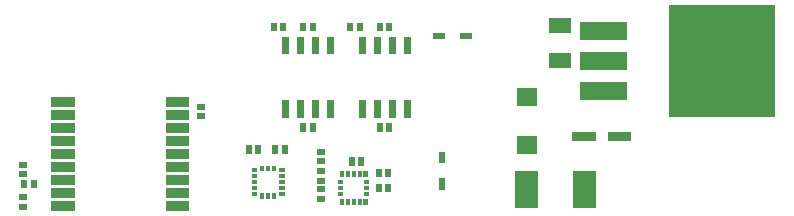
<source format=gbr>
G04 start of page 10 for group -4015 idx -4015 *
G04 Title: (unknown), toppaste *
G04 Creator: pcb 20140316 *
G04 CreationDate: mer. 15 juil. 2015 12:59:16 GMT UTC *
G04 For: clement *
G04 Format: Gerber/RS-274X *
G04 PCB-Dimensions (mil): 3023.62 1342.52 *
G04 PCB-Coordinate-Origin: lower left *
%MOIN*%
%FSLAX25Y25*%
%LNTOPPASTE*%
%ADD110R,0.0591X0.0591*%
%ADD109R,0.3543X0.3543*%
%ADD108R,0.0772X0.0772*%
%ADD107R,0.0157X0.0157*%
%ADD106R,0.0315X0.0315*%
%ADD105R,0.0236X0.0236*%
%ADD104R,0.0197X0.0197*%
%ADD103R,0.0598X0.0598*%
%ADD102R,0.0512X0.0512*%
%ADD101R,0.0197X0.0197*%
%ADD100R,0.0138X0.0138*%
G54D100*X119193Y45374D02*X119587D01*
X119193Y43406D02*X119587D01*
X119193Y41437D02*X119587D01*
X119193Y39469D02*X119587D01*
X119193Y37500D02*X119587D01*
X128445D02*X128839D01*
X128445Y39469D02*X128839D01*
X128445Y41437D02*X128839D01*
X128445Y43406D02*X128839D01*
X128445Y45374D02*X128839D01*
X122047Y37008D02*Y36614D01*
X124016Y37008D02*Y36614D01*
X125984Y37008D02*Y36614D01*
Y46260D02*Y45866D01*
X124016Y46260D02*Y45866D01*
X122047Y46260D02*Y45866D01*
G54D101*X182087Y50591D02*Y48622D01*
Y41732D02*Y39764D01*
G54D102*X220079Y81891D02*X222441D01*
X220079Y93701D02*X222441D01*
G54D101*X180118Y90197D02*X182087D01*
X188976D02*X190945D01*
G54D103*X209921Y53701D02*X210551D01*
X209921Y69685D02*X210551D01*
G54D104*X135690Y93503D02*Y92717D01*
X138838Y93503D02*Y92717D01*
X128995Y93503D02*Y92717D01*
X125847Y93503D02*Y92717D01*
X161280Y93503D02*Y92717D01*
X164428Y93503D02*Y92717D01*
G54D105*X155354Y67520D02*Y63976D01*
X160354Y67520D02*Y63976D01*
X165354Y67520D02*Y63976D01*
X170354Y67520D02*Y63976D01*
Y88780D02*Y85236D01*
X165354Y88780D02*Y85236D01*
X160354Y88780D02*Y85236D01*
X155354Y88780D02*Y85236D01*
G54D104*X154586Y93503D02*Y92717D01*
X151438Y93503D02*Y92717D01*
X161280Y60039D02*Y59253D01*
X164428Y60039D02*Y59253D01*
X160828Y44783D02*Y43997D01*
X163976Y44783D02*Y43997D01*
X160828Y39862D02*Y39076D01*
X163976Y39862D02*Y39076D01*
G54D100*X156496Y44291D02*Y43898D01*
X154528Y44291D02*Y43898D01*
X152559Y44291D02*Y43898D01*
X150591Y44291D02*Y43898D01*
X148622Y44291D02*Y43898D01*
Y35039D02*Y34646D01*
X150591Y35039D02*Y34646D01*
X152559Y35039D02*Y34646D01*
X154528Y35039D02*Y34646D01*
X156496Y35039D02*Y34646D01*
X148031Y41437D02*X148425D01*
X148031Y39469D02*X148425D01*
X148031Y37500D02*X148425D01*
X156693D02*X157087D01*
X156693Y39469D02*X157087D01*
X156693Y41437D02*X157087D01*
G54D104*X151969Y48720D02*Y47934D01*
X155117Y48720D02*Y47934D01*
X141339Y48327D02*X142125D01*
X141339Y51475D02*X142125D01*
X141339Y41832D02*X142125D01*
X141339Y44980D02*X142125D01*
X141339Y39074D02*X142125D01*
X141339Y35926D02*X142125D01*
X117520Y52657D02*Y51871D01*
X120668Y52657D02*Y51871D01*
X129527Y52657D02*Y51871D01*
X126379Y52657D02*Y51871D01*
X41930Y44095D02*X42716D01*
X41930Y47243D02*X42716D01*
X42717Y41141D02*Y40355D01*
X45865Y41141D02*Y40355D01*
X41930Y33269D02*X42716D01*
X41930Y36417D02*X42716D01*
G54D106*X91417Y33425D02*X96142D01*
X91417Y37756D02*X96142D01*
X91417Y42087D02*X96142D01*
X91417Y46417D02*X96142D01*
X91417Y50748D02*X96142D01*
X91417Y55079D02*X96142D01*
X91417Y59409D02*X96142D01*
X91417Y63740D02*X96142D01*
X91417Y68071D02*X96142D01*
X53228D02*X57953D01*
X53228Y63740D02*X57953D01*
X53228Y59409D02*X57953D01*
X53228Y55079D02*X57953D01*
X53228Y50748D02*X57953D01*
X53228Y46417D02*X57953D01*
X53228Y42087D02*X57953D01*
X53228Y37756D02*X57953D01*
X53228Y33425D02*X57953D01*
G54D107*X91417D02*X96142D01*
X91417Y37756D02*X96142D01*
X91417Y42087D02*X96142D01*
X91417Y46417D02*X96142D01*
X91417Y50748D02*X96142D01*
X91417Y55079D02*X96142D01*
X91417Y59409D02*X96142D01*
X91417Y63740D02*X96142D01*
X91417Y68071D02*X96142D01*
X53228D02*X57953D01*
X53228Y63740D02*X57953D01*
X53228Y59409D02*X57953D01*
X53228Y55079D02*X57953D01*
X53228Y50748D02*X57953D01*
X53228Y46417D02*X57953D01*
X53228Y42087D02*X57953D01*
X53228Y37756D02*X57953D01*
X53228Y33425D02*X57953D01*
G54D104*X101182Y63386D02*X101968D01*
X101182Y66534D02*X101968D01*
X138838Y60039D02*Y59253D01*
X135690Y60039D02*Y59253D01*
G54D105*X129764Y67520D02*Y63976D01*
X134764Y67520D02*Y63976D01*
X139764Y67520D02*Y63976D01*
X144764Y67520D02*Y63976D01*
Y88780D02*Y85236D01*
X139764Y88780D02*Y85236D01*
X134764Y88780D02*Y85236D01*
X129764Y88780D02*Y85236D01*
G54D108*X210236Y41339D02*Y36614D01*
X229528Y41339D02*Y36614D01*
G54D109*X275197Y82874D02*Y80906D01*
G54D110*X230906Y91890D02*X240748D01*
X230906Y81890D02*X240748D01*
X230906Y71890D02*X240748D01*
G54D106*X238780Y56693D02*X243504D01*
X226969D02*X231693D01*
M02*

</source>
